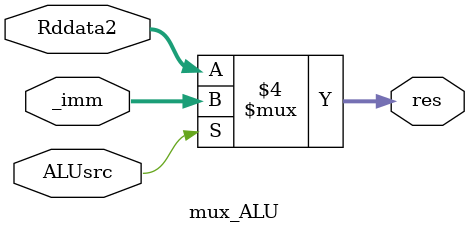
<source format=v>
`timescale 1ns / 1ps

module mux_ALU(
		input[31:0] Rddata2, _imm,
		input ALUsrc,
		output reg[31:0] res
	);

	always @(Rddata2 or _imm)
	begin
		if (ALUsrc == 1) 
            res = _imm;
		else 
            res = Rddata2;
	end
endmodule
</source>
